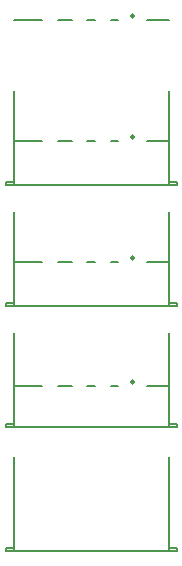
<source format=gbo>
G04 Layer: BottomSilkLayer*
G04 EasyEDA v6.1.52, Thu, 01 Aug 2019 06:05:33 GMT*
G04 f60d05b6395e48559c91cf0b566a12eb,598dfe23a16d4e9298856295ca50c1c7,10*
G04 Gerber Generator version 0.2*
G04 Scale: 100 percent, Rotated: No, Reflected: No *
G04 Dimensions in inches *
G04 leading zeros omitted , absolute positions ,2 integer and 4 decimal *
%FSLAX24Y24*%
%MOIN*%
G90*
G70D02*

%ADD25C,0.007870*%
%ADD26C,0.009840*%

%LPD*%
G54D25*
G01X13721Y5094D02*
G01X13721Y1953D01*
G01X13990Y1953D01*
G01X13990Y2078D01*
G01X13721Y2078D01*
G01X11002Y7465D02*
G01X11271Y7465D01*
G01X12986Y7465D02*
G01X13721Y7465D01*
G01X11789Y7465D02*
G01X12042Y7465D01*
G01X10482Y7465D02*
G01X10018Y7465D01*
G01X8552Y7465D02*
G01X9498Y7465D01*
G01X8552Y5094D02*
G01X8552Y1953D01*
G01X13721Y1953D01*
G01X8552Y1953D02*
G01X8281Y1953D01*
G01X8281Y2078D01*
G01X8552Y2078D01*
G01X13721Y9227D02*
G01X13721Y6085D01*
G01X13990Y6085D01*
G01X13990Y6211D01*
G01X13721Y6211D01*
G01X11002Y11597D02*
G01X11271Y11597D01*
G01X12986Y11597D02*
G01X13721Y11597D01*
G01X11789Y11597D02*
G01X12042Y11597D01*
G01X10482Y11597D02*
G01X10018Y11597D01*
G01X8552Y11597D02*
G01X9498Y11597D01*
G01X8552Y9227D02*
G01X8552Y6085D01*
G01X13721Y6085D01*
G01X8552Y6085D02*
G01X8281Y6085D01*
G01X8281Y6211D01*
G01X8552Y6211D01*
G01X13721Y13261D02*
G01X13721Y10119D01*
G01X13990Y10119D01*
G01X13990Y10245D01*
G01X13721Y10245D01*
G01X11002Y15631D02*
G01X11271Y15631D01*
G01X12986Y15631D02*
G01X13721Y15631D01*
G01X11789Y15631D02*
G01X12042Y15631D01*
G01X10482Y15631D02*
G01X10018Y15631D01*
G01X8552Y15631D02*
G01X9498Y15631D01*
G01X8552Y13261D02*
G01X8552Y10119D01*
G01X13721Y10119D01*
G01X8552Y10119D02*
G01X8281Y10119D01*
G01X8281Y10245D01*
G01X8552Y10245D01*
G01X13721Y17294D02*
G01X13721Y14153D01*
G01X13990Y14153D01*
G01X13990Y14278D01*
G01X13721Y14278D01*
G01X11002Y19665D02*
G01X11271Y19665D01*
G01X12986Y19665D02*
G01X13721Y19665D01*
G01X11789Y19665D02*
G01X12042Y19665D01*
G01X10482Y19665D02*
G01X10018Y19665D01*
G01X8552Y19665D02*
G01X9498Y19665D01*
G01X8552Y17294D02*
G01X8552Y14153D01*
G01X13721Y14153D01*
G01X8552Y14153D02*
G01X8281Y14153D01*
G01X8281Y14278D01*
G01X8552Y14278D01*
G54D26*
G75*
G01X12515Y7549D02*
G03X12505Y7550I0J49D01*
G01*
G75*
G01X12515Y11682D02*
G03X12505Y11683I0J49D01*
G01*
G75*
G01X12515Y15716D02*
G03X12505Y15717I0J49D01*
G01*
G75*
G01X12515Y19749D02*
G03X12505Y19750I0J49D01*
G01*
M00*
M02*

</source>
